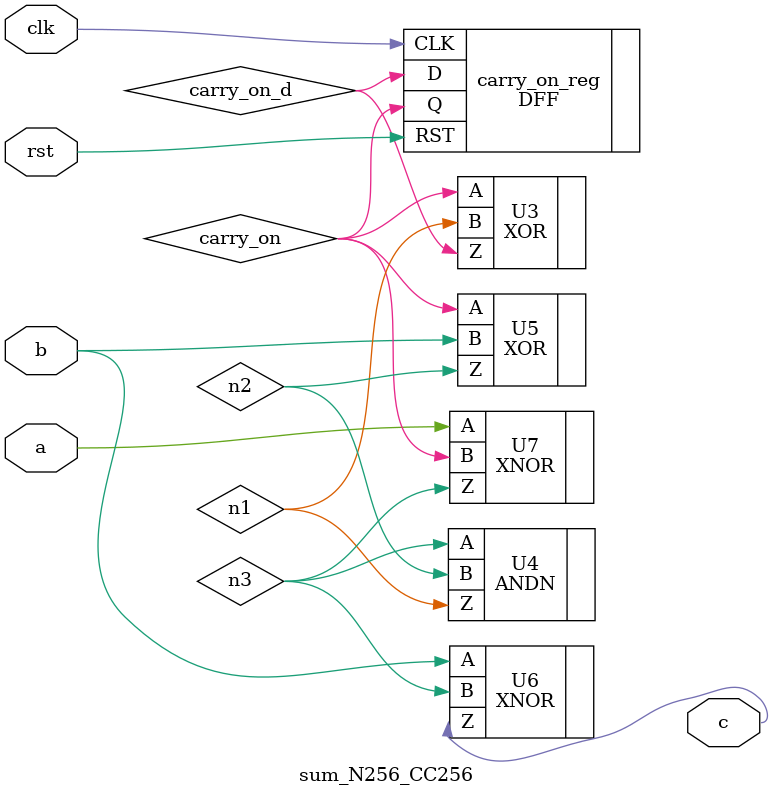
<source format=v>

module sum_N256_CC256 ( clk, rst, a, b, c );
  input [0:0] a;
  input [0:0] b;
  output [0:0] c;
  input clk, rst;
  wire   carry_on, carry_on_d, n1, n2, n3;

  DFF carry_on_reg ( .D(carry_on_d), .CLK(clk), .RST(rst), .Q(carry_on) );
  XOR U3 ( .A(carry_on), .B(n1), .Z(carry_on_d) );
  ANDN U4 ( .B(n2), .A(n3), .Z(n1) );
  XOR U5 ( .A(carry_on), .B(b[0]), .Z(n2) );
  XNOR U6 ( .A(b[0]), .B(n3), .Z(c[0]) );
  XNOR U7 ( .A(a[0]), .B(carry_on), .Z(n3) );
endmodule


</source>
